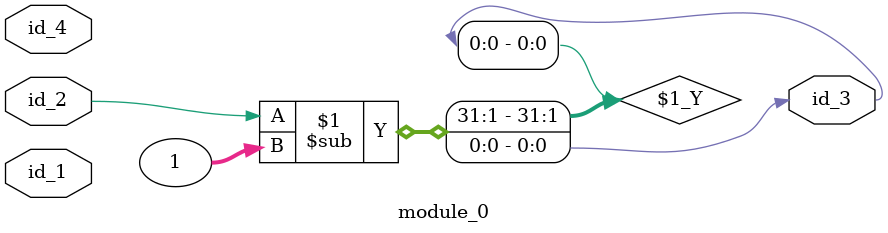
<source format=v>
`timescale 1ps / 1 ps
module module_0 (
    id_1,
    id_2,
    id_3,
    id_4
);
  input id_4;
  output id_3;
  input id_2;
  input id_1;
  assign id_3 = (id_2 - 1);
endmodule

</source>
